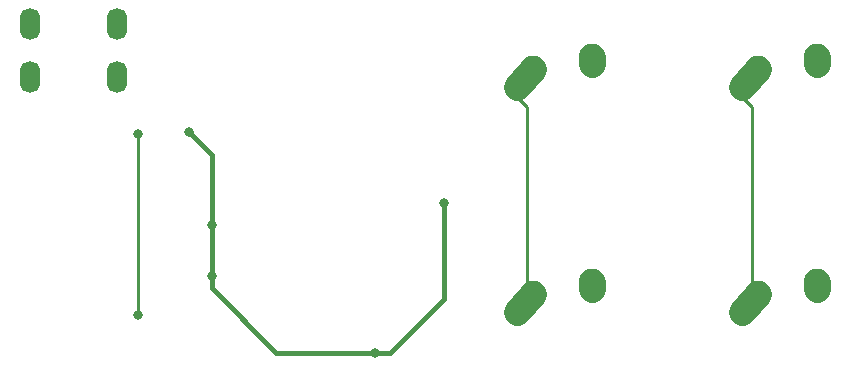
<source format=gtl>
G04 #@! TF.GenerationSoftware,KiCad,Pcbnew,(5.1.4-0-10_14)*
G04 #@! TF.CreationDate,2019-10-06T23:39:38+09:00*
G04 #@! TF.ProjectId,dombrick45,646f6d62-7269-4636-9b34-352e6b696361,rev?*
G04 #@! TF.SameCoordinates,Original*
G04 #@! TF.FileFunction,Copper,L1,Top*
G04 #@! TF.FilePolarity,Positive*
%FSLAX46Y46*%
G04 Gerber Fmt 4.6, Leading zero omitted, Abs format (unit mm)*
G04 Created by KiCad (PCBNEW (5.1.4-0-10_14)) date 2019-10-06 23:39:38*
%MOMM*%
%LPD*%
G04 APERTURE LIST*
%ADD10O,1.700000X2.700000*%
%ADD11C,2.250000*%
%ADD12C,2.250000*%
%ADD13C,0.800000*%
%ADD14C,0.381000*%
%ADD15C,0.254000*%
G04 APERTURE END LIST*
D10*
X67691000Y-73914000D03*
X74991000Y-73914000D03*
X74991000Y-78414000D03*
X67691000Y-78414000D03*
D11*
X129262500Y-96806250D03*
X128607501Y-97536250D03*
D12*
X127952500Y-98266250D02*
X129262502Y-96806250D01*
D11*
X134302500Y-95726250D03*
X134282500Y-96016250D03*
D12*
X134262500Y-96306250D02*
X134302500Y-95726250D01*
D11*
X110212500Y-96806250D03*
X109557501Y-97536250D03*
D12*
X108902500Y-98266250D02*
X110212502Y-96806250D01*
D11*
X115252500Y-95726250D03*
X115232500Y-96016250D03*
D12*
X115212500Y-96306250D02*
X115252500Y-95726250D01*
D11*
X129262500Y-77756250D03*
X128607501Y-78486250D03*
D12*
X127952500Y-79216250D02*
X129262502Y-77756250D01*
D11*
X134302500Y-76676250D03*
X134282500Y-76966250D03*
D12*
X134262500Y-77256250D02*
X134302500Y-76676250D01*
D11*
X110212500Y-77756250D03*
X109557501Y-78486250D03*
D12*
X108902500Y-79216250D02*
X110212502Y-77756250D01*
D11*
X115252500Y-76676250D03*
X115232500Y-76966250D03*
D12*
X115212500Y-77256250D02*
X115252500Y-76676250D01*
D13*
X83058000Y-90932000D03*
X83083000Y-95275000D03*
X96901000Y-101727000D03*
X102743000Y-89027000D03*
X81153000Y-83058000D03*
X76835000Y-98552000D03*
X76835000Y-83185000D03*
D14*
X83058000Y-95250000D02*
X83083000Y-95275000D01*
X83058000Y-90932000D02*
X83058000Y-95250000D01*
X83083000Y-95275000D02*
X83083000Y-96291000D01*
X88519000Y-101727000D02*
X96901000Y-101727000D01*
X83083000Y-96291000D02*
X88519000Y-101727000D01*
X98171000Y-101727000D02*
X102743000Y-97155000D01*
X102743000Y-97155000D02*
X102743000Y-89027000D01*
X96901000Y-101727000D02*
X98171000Y-101727000D01*
X83058000Y-84963000D02*
X81153000Y-83058000D01*
X83058000Y-90932000D02*
X83058000Y-84963000D01*
D15*
X109728000Y-96321750D02*
X110212500Y-96806250D01*
X109728000Y-80899000D02*
X109728000Y-96321750D01*
X108902500Y-80073500D02*
X109728000Y-80899000D01*
X108902500Y-79216250D02*
X108902500Y-80073500D01*
X128778000Y-80899000D02*
X128778000Y-96321750D01*
X127952500Y-80073500D02*
X128778000Y-80899000D01*
X128778000Y-96321750D02*
X129262500Y-96806250D01*
X127952500Y-79216250D02*
X127952500Y-80073500D01*
X76835000Y-98552000D02*
X76835000Y-83185000D01*
M02*

</source>
